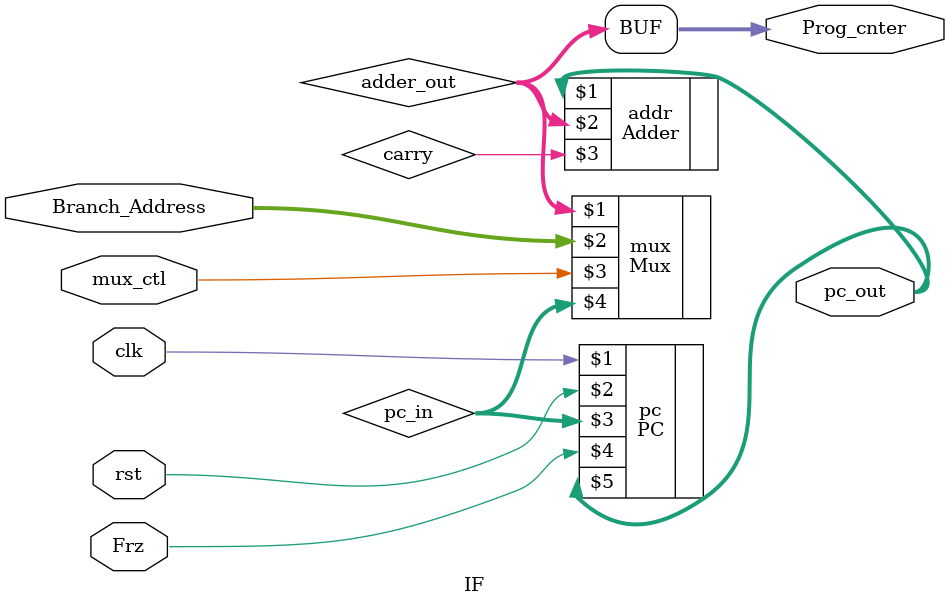
<source format=v>
module IF(
    input clk,
    input rst,
    input Frz,
    input mux_ctl,
    input [31:0] Branch_Address,
    output [31:0] Prog_cnter,
    output [31:0] pc_out
    );
    wire [31:0] pc_in;
    
    wire [31:0] adder_out;
    wire carry;
    Adder addr(pc_out,adder_out,carry);

    Mux mux(adder_out,Branch_Address,mux_ctl,pc_in);
    PC pc(clk,rst,pc_in,Frz,pc_out);
    assign Prog_cnter =adder_out;
endmodule
</source>
